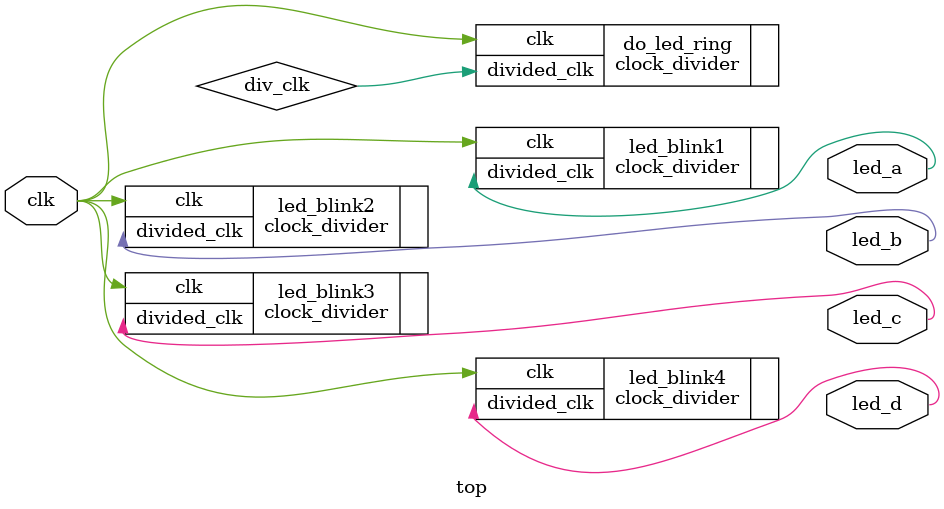
<source format=v>
`timescale 1ns / 1ps

module top(
input wire clk, // 100MHz
output wire led_a,
output wire led_b,
output wire led_c,
output wire led_d
);

wire div_clk;

clock_divider #(.freq(1)) led_blink1 (
.clk(clk),
.divided_clk(led_a)
);
clock_divider #(.freq(2)) led_blink2 (
.clk(clk),
.divided_clk(led_b)
);
clock_divider #(.freq(3)) led_blink3 (
.clk(clk),
.divided_clk(led_c)
);
clock_divider #(.freq(4)) led_blink4 (
.clk(clk),
.divided_clk(led_d)
);
clock_divider #(.freq(12000000)) do_led_ring (
.clk(clk),
.divided_clk(div_clk)
);

endmodule

</source>
